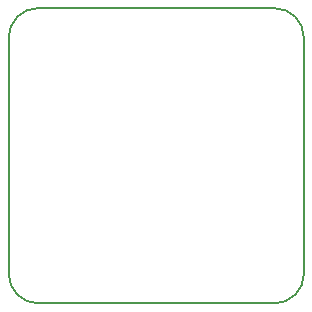
<source format=gko>
G04*
G04 #@! TF.GenerationSoftware,Altium Limited,Altium Designer,19.0.10 (269)*
G04*
G04 Layer_Color=16711935*
%FSLAX25Y25*%
%MOIN*%
G70*
G01*
G75*
%ADD10C,0.00800*%
D10*
X39370Y-49213D02*
G03*
X49213Y-39370I0J9843D01*
G01*
Y39370D02*
G03*
X39370Y49213I-9843J0D01*
G01*
X-39370D02*
G03*
X-49213Y39370I0J-9843D01*
G01*
Y-39370D02*
G03*
X-39370Y-49213I9843J0D01*
G01*
X39370D01*
X49213Y-39370D02*
Y39370D01*
X-39370Y49213D02*
X39370D01*
X-49213Y-39370D02*
Y39370D01*
M02*

</source>
